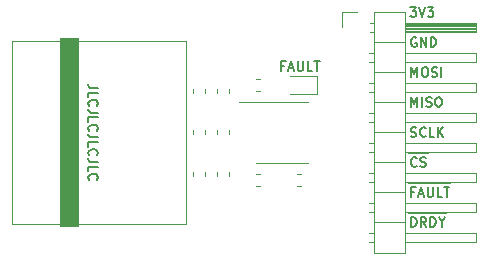
<source format=gbr>
%TF.GenerationSoftware,KiCad,Pcbnew,(5.1.8-0-10_14)*%
%TF.CreationDate,2020-12-30T16:32:28+01:00*%
%TF.ProjectId,Sensor-Board,53656e73-6f72-42d4-926f-6172642e6b69,1*%
%TF.SameCoordinates,Original*%
%TF.FileFunction,Legend,Top*%
%TF.FilePolarity,Positive*%
%FSLAX46Y46*%
G04 Gerber Fmt 4.6, Leading zero omitted, Abs format (unit mm)*
G04 Created by KiCad (PCBNEW (5.1.8-0-10_14)) date 2020-12-30 16:32:28*
%MOMM*%
%LPD*%
G01*
G04 APERTURE LIST*
%ADD10C,0.152400*%
%ADD11C,0.120000*%
%ADD12C,0.100000*%
G04 APERTURE END LIST*
D10*
X134445104Y-96245638D02*
X133864533Y-96245638D01*
X133748419Y-96206933D01*
X133671009Y-96129523D01*
X133632304Y-96013409D01*
X133632304Y-95936000D01*
X133632304Y-97019733D02*
X133632304Y-96632685D01*
X134445104Y-96632685D01*
X133709714Y-97755123D02*
X133671009Y-97716419D01*
X133632304Y-97600304D01*
X133632304Y-97522895D01*
X133671009Y-97406780D01*
X133748419Y-97329371D01*
X133825828Y-97290666D01*
X133980647Y-97251961D01*
X134096761Y-97251961D01*
X134251580Y-97290666D01*
X134328990Y-97329371D01*
X134406400Y-97406780D01*
X134445104Y-97522895D01*
X134445104Y-97600304D01*
X134406400Y-97716419D01*
X134367695Y-97755123D01*
X134445104Y-98335695D02*
X133864533Y-98335695D01*
X133748419Y-98296990D01*
X133671009Y-98219580D01*
X133632304Y-98103466D01*
X133632304Y-98026057D01*
X133632304Y-99109790D02*
X133632304Y-98722742D01*
X134445104Y-98722742D01*
X133709714Y-99845180D02*
X133671009Y-99806476D01*
X133632304Y-99690361D01*
X133632304Y-99612952D01*
X133671009Y-99496838D01*
X133748419Y-99419428D01*
X133825828Y-99380723D01*
X133980647Y-99342019D01*
X134096761Y-99342019D01*
X134251580Y-99380723D01*
X134328990Y-99419428D01*
X134406400Y-99496838D01*
X134445104Y-99612952D01*
X134445104Y-99690361D01*
X134406400Y-99806476D01*
X134367695Y-99845180D01*
X134445104Y-100425752D02*
X133864533Y-100425752D01*
X133748419Y-100387047D01*
X133671009Y-100309638D01*
X133632304Y-100193523D01*
X133632304Y-100116114D01*
X133632304Y-101199847D02*
X133632304Y-100812800D01*
X134445104Y-100812800D01*
X133709714Y-101935238D02*
X133671009Y-101896533D01*
X133632304Y-101780419D01*
X133632304Y-101703009D01*
X133671009Y-101586895D01*
X133748419Y-101509485D01*
X133825828Y-101470780D01*
X133980647Y-101432076D01*
X134096761Y-101432076D01*
X134251580Y-101470780D01*
X134328990Y-101509485D01*
X134406400Y-101586895D01*
X134445104Y-101703009D01*
X134445104Y-101780419D01*
X134406400Y-101896533D01*
X134367695Y-101935238D01*
X134445104Y-102515809D02*
X133864533Y-102515809D01*
X133748419Y-102477104D01*
X133671009Y-102399695D01*
X133632304Y-102283580D01*
X133632304Y-102206171D01*
X133632304Y-103289904D02*
X133632304Y-102902857D01*
X134445104Y-102902857D01*
X133709714Y-104025295D02*
X133671009Y-103986590D01*
X133632304Y-103870476D01*
X133632304Y-103793066D01*
X133671009Y-103676952D01*
X133748419Y-103599542D01*
X133825828Y-103560838D01*
X133980647Y-103522133D01*
X134096761Y-103522133D01*
X134251580Y-103560838D01*
X134328990Y-103599542D01*
X134406400Y-103676952D01*
X134445104Y-103793066D01*
X134445104Y-103870476D01*
X134406400Y-103986590D01*
X134367695Y-104025295D01*
X150227390Y-94353942D02*
X149956457Y-94353942D01*
X149956457Y-94779695D02*
X149956457Y-93966895D01*
X150343504Y-93966895D01*
X150614438Y-94547466D02*
X151001485Y-94547466D01*
X150537028Y-94779695D02*
X150807961Y-93966895D01*
X151078895Y-94779695D01*
X151349828Y-93966895D02*
X151349828Y-94624876D01*
X151388533Y-94702285D01*
X151427238Y-94740990D01*
X151504647Y-94779695D01*
X151659466Y-94779695D01*
X151736876Y-94740990D01*
X151775580Y-94702285D01*
X151814285Y-94624876D01*
X151814285Y-93966895D01*
X152588380Y-94779695D02*
X152201333Y-94779695D01*
X152201333Y-93966895D01*
X152743200Y-93966895D02*
X153207657Y-93966895D01*
X152975428Y-94779695D02*
X152975428Y-93966895D01*
X160767060Y-106836664D02*
X161579860Y-106836664D01*
X160960583Y-107987695D02*
X160960583Y-107174895D01*
X161154107Y-107174895D01*
X161270221Y-107213600D01*
X161347631Y-107291009D01*
X161386336Y-107368419D01*
X161425040Y-107523238D01*
X161425040Y-107639352D01*
X161386336Y-107794171D01*
X161347631Y-107871580D01*
X161270221Y-107948990D01*
X161154107Y-107987695D01*
X160960583Y-107987695D01*
X161579860Y-106836664D02*
X162392660Y-106836664D01*
X162237840Y-107987695D02*
X161966907Y-107600647D01*
X161773383Y-107987695D02*
X161773383Y-107174895D01*
X162083021Y-107174895D01*
X162160431Y-107213600D01*
X162199136Y-107252304D01*
X162237840Y-107329714D01*
X162237840Y-107445828D01*
X162199136Y-107523238D01*
X162160431Y-107561942D01*
X162083021Y-107600647D01*
X161773383Y-107600647D01*
X162392660Y-106836664D02*
X163205460Y-106836664D01*
X162586183Y-107987695D02*
X162586183Y-107174895D01*
X162779707Y-107174895D01*
X162895821Y-107213600D01*
X162973231Y-107291009D01*
X163011936Y-107368419D01*
X163050640Y-107523238D01*
X163050640Y-107639352D01*
X163011936Y-107794171D01*
X162973231Y-107871580D01*
X162895821Y-107948990D01*
X162779707Y-107987695D01*
X162586183Y-107987695D01*
X163205460Y-106836664D02*
X163902145Y-106836664D01*
X163553802Y-107600647D02*
X163553802Y-107987695D01*
X163282869Y-107174895D02*
X163553802Y-107600647D01*
X163824736Y-107174895D01*
X160767060Y-104296664D02*
X161463745Y-104296664D01*
X161231517Y-105021942D02*
X160960583Y-105021942D01*
X160960583Y-105447695D02*
X160960583Y-104634895D01*
X161347631Y-104634895D01*
X161463745Y-104296664D02*
X162160431Y-104296664D01*
X161618564Y-105215466D02*
X162005612Y-105215466D01*
X161541155Y-105447695D02*
X161812088Y-104634895D01*
X162083021Y-105447695D01*
X162160431Y-104296664D02*
X163011936Y-104296664D01*
X162353955Y-104634895D02*
X162353955Y-105292876D01*
X162392660Y-105370285D01*
X162431364Y-105408990D01*
X162508774Y-105447695D01*
X162663593Y-105447695D01*
X162741002Y-105408990D01*
X162779707Y-105370285D01*
X162818412Y-105292876D01*
X162818412Y-104634895D01*
X163011936Y-104296664D02*
X163669917Y-104296664D01*
X163592507Y-105447695D02*
X163205460Y-105447695D01*
X163205460Y-104634895D01*
X163669917Y-104296664D02*
X164289193Y-104296664D01*
X163747326Y-104634895D02*
X164211783Y-104634895D01*
X163979555Y-105447695D02*
X163979555Y-104634895D01*
X160767060Y-101756664D02*
X161579860Y-101756664D01*
X161425040Y-102830285D02*
X161386336Y-102868990D01*
X161270221Y-102907695D01*
X161192812Y-102907695D01*
X161076698Y-102868990D01*
X160999288Y-102791580D01*
X160960583Y-102714171D01*
X160921879Y-102559352D01*
X160921879Y-102443238D01*
X160960583Y-102288419D01*
X160999288Y-102211009D01*
X161076698Y-102133600D01*
X161192812Y-102094895D01*
X161270221Y-102094895D01*
X161386336Y-102133600D01*
X161425040Y-102172304D01*
X161579860Y-101756664D02*
X162353955Y-101756664D01*
X161734679Y-102868990D02*
X161850793Y-102907695D01*
X162044317Y-102907695D01*
X162121726Y-102868990D01*
X162160431Y-102830285D01*
X162199136Y-102752876D01*
X162199136Y-102675466D01*
X162160431Y-102598057D01*
X162121726Y-102559352D01*
X162044317Y-102520647D01*
X161889498Y-102481942D01*
X161812088Y-102443238D01*
X161773383Y-102404533D01*
X161734679Y-102327123D01*
X161734679Y-102249714D01*
X161773383Y-102172304D01*
X161812088Y-102133600D01*
X161889498Y-102094895D01*
X162083021Y-102094895D01*
X162199136Y-102133600D01*
X160921879Y-100328990D02*
X161037993Y-100367695D01*
X161231517Y-100367695D01*
X161308926Y-100328990D01*
X161347631Y-100290285D01*
X161386336Y-100212876D01*
X161386336Y-100135466D01*
X161347631Y-100058057D01*
X161308926Y-100019352D01*
X161231517Y-99980647D01*
X161076698Y-99941942D01*
X160999288Y-99903238D01*
X160960583Y-99864533D01*
X160921879Y-99787123D01*
X160921879Y-99709714D01*
X160960583Y-99632304D01*
X160999288Y-99593600D01*
X161076698Y-99554895D01*
X161270221Y-99554895D01*
X161386336Y-99593600D01*
X162199136Y-100290285D02*
X162160431Y-100328990D01*
X162044317Y-100367695D01*
X161966907Y-100367695D01*
X161850793Y-100328990D01*
X161773383Y-100251580D01*
X161734679Y-100174171D01*
X161695974Y-100019352D01*
X161695974Y-99903238D01*
X161734679Y-99748419D01*
X161773383Y-99671009D01*
X161850793Y-99593600D01*
X161966907Y-99554895D01*
X162044317Y-99554895D01*
X162160431Y-99593600D01*
X162199136Y-99632304D01*
X162934526Y-100367695D02*
X162547479Y-100367695D01*
X162547479Y-99554895D01*
X163205460Y-100367695D02*
X163205460Y-99554895D01*
X163669917Y-100367695D02*
X163321574Y-99903238D01*
X163669917Y-99554895D02*
X163205460Y-100019352D01*
X160960583Y-97827695D02*
X160960583Y-97014895D01*
X161231517Y-97595466D01*
X161502450Y-97014895D01*
X161502450Y-97827695D01*
X161889498Y-97827695D02*
X161889498Y-97014895D01*
X162237840Y-97788990D02*
X162353955Y-97827695D01*
X162547479Y-97827695D01*
X162624888Y-97788990D01*
X162663593Y-97750285D01*
X162702298Y-97672876D01*
X162702298Y-97595466D01*
X162663593Y-97518057D01*
X162624888Y-97479352D01*
X162547479Y-97440647D01*
X162392660Y-97401942D01*
X162315250Y-97363238D01*
X162276545Y-97324533D01*
X162237840Y-97247123D01*
X162237840Y-97169714D01*
X162276545Y-97092304D01*
X162315250Y-97053600D01*
X162392660Y-97014895D01*
X162586183Y-97014895D01*
X162702298Y-97053600D01*
X163205460Y-97014895D02*
X163360279Y-97014895D01*
X163437688Y-97053600D01*
X163515098Y-97131009D01*
X163553802Y-97285828D01*
X163553802Y-97556761D01*
X163515098Y-97711580D01*
X163437688Y-97788990D01*
X163360279Y-97827695D01*
X163205460Y-97827695D01*
X163128050Y-97788990D01*
X163050640Y-97711580D01*
X163011936Y-97556761D01*
X163011936Y-97285828D01*
X163050640Y-97131009D01*
X163128050Y-97053600D01*
X163205460Y-97014895D01*
X160960583Y-95287695D02*
X160960583Y-94474895D01*
X161231517Y-95055466D01*
X161502450Y-94474895D01*
X161502450Y-95287695D01*
X162044317Y-94474895D02*
X162199136Y-94474895D01*
X162276545Y-94513600D01*
X162353955Y-94591009D01*
X162392660Y-94745828D01*
X162392660Y-95016761D01*
X162353955Y-95171580D01*
X162276545Y-95248990D01*
X162199136Y-95287695D01*
X162044317Y-95287695D01*
X161966907Y-95248990D01*
X161889498Y-95171580D01*
X161850793Y-95016761D01*
X161850793Y-94745828D01*
X161889498Y-94591009D01*
X161966907Y-94513600D01*
X162044317Y-94474895D01*
X162702298Y-95248990D02*
X162818412Y-95287695D01*
X163011936Y-95287695D01*
X163089345Y-95248990D01*
X163128050Y-95210285D01*
X163166755Y-95132876D01*
X163166755Y-95055466D01*
X163128050Y-94978057D01*
X163089345Y-94939352D01*
X163011936Y-94900647D01*
X162857117Y-94861942D01*
X162779707Y-94823238D01*
X162741002Y-94784533D01*
X162702298Y-94707123D01*
X162702298Y-94629714D01*
X162741002Y-94552304D01*
X162779707Y-94513600D01*
X162857117Y-94474895D01*
X163050640Y-94474895D01*
X163166755Y-94513600D01*
X163515098Y-95287695D02*
X163515098Y-94474895D01*
X161386336Y-91973600D02*
X161308926Y-91934895D01*
X161192812Y-91934895D01*
X161076698Y-91973600D01*
X160999288Y-92051009D01*
X160960583Y-92128419D01*
X160921879Y-92283238D01*
X160921879Y-92399352D01*
X160960583Y-92554171D01*
X160999288Y-92631580D01*
X161076698Y-92708990D01*
X161192812Y-92747695D01*
X161270221Y-92747695D01*
X161386336Y-92708990D01*
X161425040Y-92670285D01*
X161425040Y-92399352D01*
X161270221Y-92399352D01*
X161773383Y-92747695D02*
X161773383Y-91934895D01*
X162237840Y-92747695D01*
X162237840Y-91934895D01*
X162624888Y-92747695D02*
X162624888Y-91934895D01*
X162818412Y-91934895D01*
X162934526Y-91973600D01*
X163011936Y-92051009D01*
X163050640Y-92128419D01*
X163089345Y-92283238D01*
X163089345Y-92399352D01*
X163050640Y-92554171D01*
X163011936Y-92631580D01*
X162934526Y-92708990D01*
X162818412Y-92747695D01*
X162624888Y-92747695D01*
X160883174Y-89394895D02*
X161386336Y-89394895D01*
X161115402Y-89704533D01*
X161231517Y-89704533D01*
X161308926Y-89743238D01*
X161347631Y-89781942D01*
X161386336Y-89859352D01*
X161386336Y-90052876D01*
X161347631Y-90130285D01*
X161308926Y-90168990D01*
X161231517Y-90207695D01*
X160999288Y-90207695D01*
X160921879Y-90168990D01*
X160883174Y-90130285D01*
X161618564Y-89394895D02*
X161889498Y-90207695D01*
X162160431Y-89394895D01*
X162353955Y-89394895D02*
X162857117Y-89394895D01*
X162586183Y-89704533D01*
X162702298Y-89704533D01*
X162779707Y-89743238D01*
X162818412Y-89781942D01*
X162857117Y-89859352D01*
X162857117Y-90052876D01*
X162818412Y-90130285D01*
X162779707Y-90168990D01*
X162702298Y-90207695D01*
X162470069Y-90207695D01*
X162392660Y-90168990D01*
X162353955Y-90130285D01*
D11*
%TO.C,J2*%
X157790000Y-89780000D02*
X157790000Y-110220000D01*
X157790000Y-110220000D02*
X160450000Y-110220000D01*
X160450000Y-110220000D02*
X160450000Y-89780000D01*
X160450000Y-89780000D02*
X157790000Y-89780000D01*
X160450000Y-90730000D02*
X166450000Y-90730000D01*
X166450000Y-90730000D02*
X166450000Y-91490000D01*
X166450000Y-91490000D02*
X160450000Y-91490000D01*
X160450000Y-90790000D02*
X166450000Y-90790000D01*
X160450000Y-90910000D02*
X166450000Y-90910000D01*
X160450000Y-91030000D02*
X166450000Y-91030000D01*
X160450000Y-91150000D02*
X166450000Y-91150000D01*
X160450000Y-91270000D02*
X166450000Y-91270000D01*
X160450000Y-91390000D02*
X166450000Y-91390000D01*
X157460000Y-90730000D02*
X157790000Y-90730000D01*
X157460000Y-91490000D02*
X157790000Y-91490000D01*
X157790000Y-92380000D02*
X160450000Y-92380000D01*
X160450000Y-93270000D02*
X166450000Y-93270000D01*
X166450000Y-93270000D02*
X166450000Y-94030000D01*
X166450000Y-94030000D02*
X160450000Y-94030000D01*
X157392929Y-93270000D02*
X157790000Y-93270000D01*
X157392929Y-94030000D02*
X157790000Y-94030000D01*
X157790000Y-94920000D02*
X160450000Y-94920000D01*
X160450000Y-95810000D02*
X166450000Y-95810000D01*
X166450000Y-95810000D02*
X166450000Y-96570000D01*
X166450000Y-96570000D02*
X160450000Y-96570000D01*
X157392929Y-95810000D02*
X157790000Y-95810000D01*
X157392929Y-96570000D02*
X157790000Y-96570000D01*
X157790000Y-97460000D02*
X160450000Y-97460000D01*
X160450000Y-98350000D02*
X166450000Y-98350000D01*
X166450000Y-98350000D02*
X166450000Y-99110000D01*
X166450000Y-99110000D02*
X160450000Y-99110000D01*
X157392929Y-98350000D02*
X157790000Y-98350000D01*
X157392929Y-99110000D02*
X157790000Y-99110000D01*
X157790000Y-100000000D02*
X160450000Y-100000000D01*
X160450000Y-100890000D02*
X166450000Y-100890000D01*
X166450000Y-100890000D02*
X166450000Y-101650000D01*
X166450000Y-101650000D02*
X160450000Y-101650000D01*
X157392929Y-100890000D02*
X157790000Y-100890000D01*
X157392929Y-101650000D02*
X157790000Y-101650000D01*
X157790000Y-102540000D02*
X160450000Y-102540000D01*
X160450000Y-103430000D02*
X166450000Y-103430000D01*
X166450000Y-103430000D02*
X166450000Y-104190000D01*
X166450000Y-104190000D02*
X160450000Y-104190000D01*
X157392929Y-103430000D02*
X157790000Y-103430000D01*
X157392929Y-104190000D02*
X157790000Y-104190000D01*
X157790000Y-105080000D02*
X160450000Y-105080000D01*
X160450000Y-105970000D02*
X166450000Y-105970000D01*
X166450000Y-105970000D02*
X166450000Y-106730000D01*
X166450000Y-106730000D02*
X160450000Y-106730000D01*
X157392929Y-105970000D02*
X157790000Y-105970000D01*
X157392929Y-106730000D02*
X157790000Y-106730000D01*
X157790000Y-107620000D02*
X160450000Y-107620000D01*
X160450000Y-108510000D02*
X166450000Y-108510000D01*
X166450000Y-108510000D02*
X166450000Y-109270000D01*
X166450000Y-109270000D02*
X160450000Y-109270000D01*
X157392929Y-108510000D02*
X157790000Y-108510000D01*
X157392929Y-109270000D02*
X157790000Y-109270000D01*
X155080000Y-91110000D02*
X155080000Y-89840000D01*
X155080000Y-89840000D02*
X156350000Y-89840000D01*
D12*
%TO.C,J1*%
G36*
X131200000Y-107950000D02*
G01*
X131200000Y-92050000D01*
X132800000Y-92050000D01*
X132800000Y-107950000D01*
X131200000Y-107950000D01*
G37*
D11*
X127200000Y-92250000D02*
X127200000Y-107750000D01*
X141900000Y-107750000D02*
X127200000Y-107750000D01*
X141900000Y-92250000D02*
X141900000Y-107750000D01*
X141900000Y-92250000D02*
X127200000Y-92250000D01*
X132800000Y-92050000D02*
X132800000Y-107950000D01*
X132800000Y-107950000D02*
X131200000Y-107950000D01*
X131200000Y-107950000D02*
X131200000Y-92050000D01*
X131200000Y-92050000D02*
X132800000Y-92050000D01*
%TO.C,U1*%
X150000000Y-97390000D02*
X146400000Y-97390000D01*
X150000000Y-97390000D02*
X152200000Y-97390000D01*
X150000000Y-102610000D02*
X147800000Y-102610000D01*
X150000000Y-102610000D02*
X152200000Y-102610000D01*
%TO.C,R14*%
X147837221Y-96510000D02*
X148162779Y-96510000D01*
X147837221Y-95490000D02*
X148162779Y-95490000D01*
%TO.C,R13*%
X143510000Y-96662779D02*
X143510000Y-96337221D01*
X142490000Y-96662779D02*
X142490000Y-96337221D01*
%TO.C,R12*%
X142490000Y-99837221D02*
X142490000Y-100162779D01*
X143510000Y-99837221D02*
X143510000Y-100162779D01*
%TO.C,R11*%
X143510000Y-103662779D02*
X143510000Y-103337221D01*
X142490000Y-103662779D02*
X142490000Y-103337221D01*
%TO.C,D11*%
X152985000Y-95265000D02*
X150700000Y-95265000D01*
X152985000Y-96735000D02*
X152985000Y-95265000D01*
X150700000Y-96735000D02*
X152985000Y-96735000D01*
%TO.C,C15*%
X145510000Y-96662779D02*
X145510000Y-96337221D01*
X144490000Y-96662779D02*
X144490000Y-96337221D01*
%TO.C,C14*%
X145510000Y-100162779D02*
X145510000Y-99837221D01*
X144490000Y-100162779D02*
X144490000Y-99837221D01*
%TO.C,C13*%
X145510000Y-103662779D02*
X145510000Y-103337221D01*
X144490000Y-103662779D02*
X144490000Y-103337221D01*
%TO.C,C12*%
X151662779Y-103490000D02*
X151337221Y-103490000D01*
X151662779Y-104510000D02*
X151337221Y-104510000D01*
%TO.C,C11*%
X147837221Y-104510000D02*
X148162779Y-104510000D01*
X147837221Y-103490000D02*
X148162779Y-103490000D01*
%TD*%
M02*

</source>
